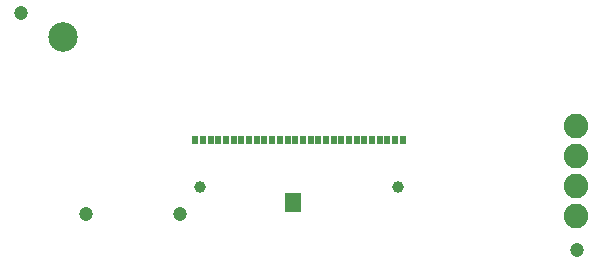
<source format=gts>
G04 EAGLE Gerber RS-274X export*
G75*
%MOMM*%
%FSLAX34Y34*%
%LPD*%
%INSoldermask Top*%
%IPPOS*%
%AMOC8*
5,1,8,0,0,1.08239X$1,22.5*%
G01*
%ADD10R,0.553200X0.703200*%
%ADD11C,1.003200*%
%ADD12C,1.203200*%
%ADD13R,1.473200X0.838200*%
%ADD14C,2.503200*%
%ADD15C,2.082800*%


D10*
X147350Y103000D03*
X153850Y103000D03*
X160350Y103000D03*
X166850Y103000D03*
X173350Y103000D03*
X179850Y103000D03*
X186350Y103000D03*
X192850Y103000D03*
X199350Y103000D03*
X205850Y103000D03*
X212350Y103000D03*
X218850Y103000D03*
X225350Y103000D03*
X231850Y103000D03*
X238350Y103000D03*
X244850Y103000D03*
X251350Y103000D03*
X257850Y103000D03*
X264350Y103000D03*
X270850Y103000D03*
X277350Y103000D03*
X283850Y103000D03*
X290350Y103000D03*
X296850Y103000D03*
X303350Y103000D03*
X309850Y103000D03*
X316350Y103000D03*
X322850Y103000D03*
D11*
X318850Y63000D03*
X151350Y63000D03*
D12*
X470100Y10000D03*
X100Y210000D03*
D13*
X230100Y45936D03*
X230100Y54064D03*
D14*
X35100Y190000D03*
D12*
X54600Y40000D03*
X134600Y40000D03*
D15*
X469900Y38100D03*
X469900Y63500D03*
X469900Y88900D03*
X469900Y114300D03*
M02*

</source>
